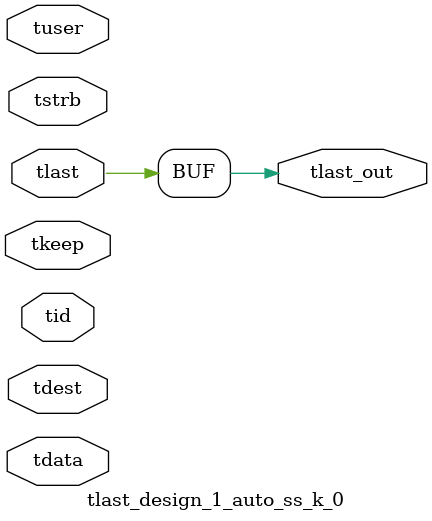
<source format=v>


`timescale 1ps/1ps

module tlast_design_1_auto_ss_k_0 #
(
parameter C_S_AXIS_TID_WIDTH   = 1,
parameter C_S_AXIS_TUSER_WIDTH = 0,
parameter C_S_AXIS_TDATA_WIDTH = 0,
parameter C_S_AXIS_TDEST_WIDTH = 0
)
(
input  [(C_S_AXIS_TID_WIDTH   == 0 ? 1 : C_S_AXIS_TID_WIDTH)-1:0       ] tid,
input  [(C_S_AXIS_TDATA_WIDTH == 0 ? 1 : C_S_AXIS_TDATA_WIDTH)-1:0     ] tdata,
input  [(C_S_AXIS_TUSER_WIDTH == 0 ? 1 : C_S_AXIS_TUSER_WIDTH)-1:0     ] tuser,
input  [(C_S_AXIS_TDEST_WIDTH == 0 ? 1 : C_S_AXIS_TDEST_WIDTH)-1:0     ] tdest,
input  [(C_S_AXIS_TDATA_WIDTH/8)-1:0 ] tkeep,
input  [(C_S_AXIS_TDATA_WIDTH/8)-1:0 ] tstrb,
input  [0:0]                                                             tlast,
output                                                                   tlast_out
);

assign tlast_out = {tlast};

endmodule


</source>
